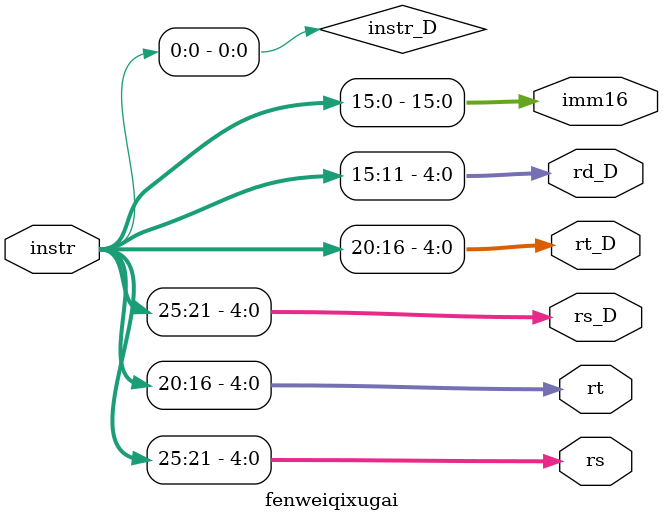
<source format=v>
`timescale 1ns / 1ps
module fenweiqixugai(
	 input [31:0] instr,
    //output [31:0] instr_D,
    output [4:0] rs,
    output [4:0] rt,
    output [4:0] rs_D,
    output [4:0] rt_D,
    output [4:0] rd_D,
    output [15:0] imm16
    );
	 assign instr_D = instr;
	 assign rs = instr[25:21];
	 assign rt = instr[20:16];
	 assign rs_D = instr[25:21];
	 assign rt_D = instr[20:16];
	 assign rd_D = instr[15:11];
	 assign imm16 = instr[15:0];
   


endmodule

</source>
